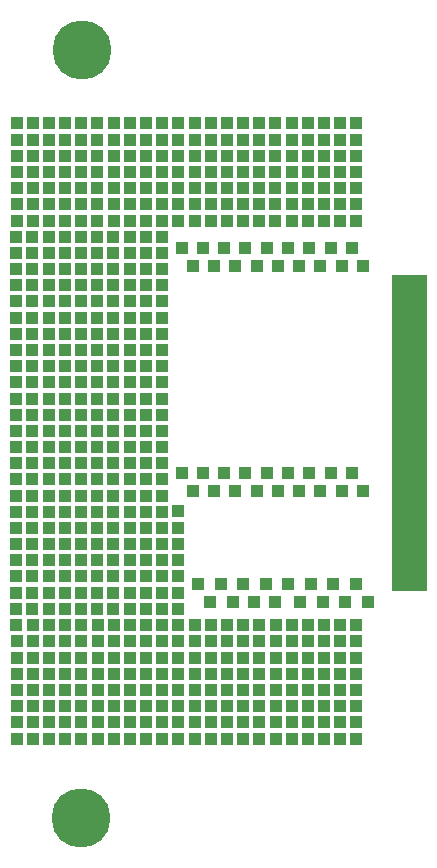
<source format=gts>
%TF.GenerationSoftware,KiCad,Pcbnew,8.0.4*%
%TF.CreationDate,2025-03-13T20:47:44+01:00*%
%TF.ProjectId,uconsole-expansion-card-template_1.27,75636f6e-736f-46c6-952d-657870616e73,0.1*%
%TF.SameCoordinates,Original*%
%TF.FileFunction,Soldermask,Top*%
%TF.FilePolarity,Negative*%
%FSLAX46Y46*%
G04 Gerber Fmt 4.6, Leading zero omitted, Abs format (unit mm)*
G04 Created by KiCad (PCBNEW 8.0.4) date 2025-03-13 20:47:44*
%MOMM*%
%LPD*%
G01*
G04 APERTURE LIST*
%ADD10C,0.100000*%
%ADD11R,1.000000X1.000000*%
%ADD12C,5.000000*%
%ADD13R,2.300000X0.600000*%
G04 APERTURE END LIST*
%TO.C,U1*%
D10*
X115380400Y-86538000D02*
X118276000Y-86538000D01*
X118276000Y-113208000D01*
X115380400Y-113208000D01*
X115380400Y-86538000D01*
G36*
X115380400Y-86538000D02*
G01*
X118276000Y-86538000D01*
X118276000Y-113208000D01*
X115380400Y-113208000D01*
X115380400Y-86538000D01*
G37*
%TD*%
D11*
%TO.C,*%
X111017000Y-73711000D03*
%TD*%
%TO.C,*%
X86357000Y-81931000D03*
%TD*%
%TO.C,*%
X93190000Y-90150000D03*
%TD*%
%TO.C,*%
X94590000Y-118940000D03*
%TD*%
%TO.C,*%
X93190000Y-114810000D03*
%TD*%
%TO.C,*%
X95930000Y-97000000D03*
%TD*%
%TO.C,*%
X94590000Y-116200000D03*
%TD*%
%TO.C,*%
X104167000Y-80561000D03*
%TD*%
%TO.C,*%
X90480000Y-121680000D03*
%TD*%
%TO.C,*%
X90450000Y-114810000D03*
%TD*%
%TO.C,*%
X83630000Y-117570000D03*
%TD*%
%TO.C,*%
X84970000Y-97000000D03*
%TD*%
%TO.C,*%
X94590000Y-117570000D03*
%TD*%
%TO.C,*%
X98700000Y-125790000D03*
%TD*%
%TO.C,*%
X94560000Y-99740000D03*
%TD*%
%TO.C,*%
X109647000Y-73711000D03*
%TD*%
%TO.C,*%
X113335000Y-114224000D03*
%TD*%
%TO.C,*%
X91850000Y-120310000D03*
%TD*%
%TO.C,*%
X84987000Y-75081000D03*
%TD*%
%TO.C,*%
X84970000Y-113440000D03*
%TD*%
%TO.C,*%
X101440000Y-117570000D03*
%TD*%
%TO.C,*%
X105537000Y-73711000D03*
%TD*%
%TO.C,*%
X83600000Y-97000000D03*
%TD*%
%TO.C,*%
X87727000Y-73711000D03*
%TD*%
%TO.C,*%
X84970000Y-114810000D03*
%TD*%
%TO.C,*%
X89080000Y-99740000D03*
%TD*%
%TO.C,*%
X93190000Y-88780000D03*
%TD*%
%TO.C,*%
X100070000Y-118940000D03*
%TD*%
%TO.C,*%
X90467000Y-75081000D03*
%TD*%
%TO.C,*%
X104180000Y-124420000D03*
%TD*%
%TO.C,*%
X108277000Y-76451000D03*
%TD*%
%TO.C,*%
X100057000Y-73711000D03*
%TD*%
%TO.C,*%
X100000000Y-114224000D03*
%TD*%
%TO.C,*%
X97604000Y-84252000D03*
%TD*%
%TO.C,*%
X94560000Y-101110000D03*
%TD*%
%TO.C,*%
X83617000Y-75081000D03*
%TD*%
%TO.C,*%
X94560000Y-90150000D03*
%TD*%
%TO.C,*%
X89110000Y-121680000D03*
%TD*%
%TO.C,*%
X91820000Y-95630000D03*
%TD*%
%TO.C,*%
X105537000Y-79191000D03*
%TD*%
%TO.C,*%
X91820000Y-102480000D03*
%TD*%
%TO.C,*%
X87710000Y-97000000D03*
%TD*%
%TO.C,*%
X105550000Y-118940000D03*
%TD*%
%TO.C,*%
X90450000Y-84670000D03*
%TD*%
%TO.C,*%
X102810000Y-120310000D03*
%TD*%
%TO.C,*%
X86370000Y-120310000D03*
%TD*%
%TO.C,*%
X104167000Y-81931000D03*
%TD*%
%TO.C,*%
X83600000Y-98370000D03*
%TD*%
%TO.C,*%
X98554000Y-104826000D03*
%TD*%
%TO.C,*%
X112387000Y-80561000D03*
%TD*%
%TO.C,*%
X91837000Y-76451000D03*
%TD*%
%TO.C,*%
X84970000Y-102480000D03*
%TD*%
%TO.C,*%
X87740000Y-125790000D03*
%TD*%
%TO.C,*%
X94560000Y-105220000D03*
%TD*%
%TO.C,*%
X86340000Y-95630000D03*
%TD*%
%TO.C,*%
X93207000Y-79191000D03*
%TD*%
%TO.C,*%
X91837000Y-75081000D03*
%TD*%
%TO.C,*%
X105537000Y-77821000D03*
%TD*%
%TO.C,*%
X112387000Y-73711000D03*
%TD*%
%TO.C,*%
X83600000Y-109330000D03*
%TD*%
D12*
%TO.C,H1*%
X89128800Y-67488000D03*
%TD*%
D11*
%TO.C,*%
X86340000Y-83300000D03*
%TD*%
%TO.C,*%
X86370000Y-117570000D03*
%TD*%
%TO.C,*%
X90467000Y-81931000D03*
%TD*%
%TO.C,*%
X83600000Y-106590000D03*
%TD*%
%TO.C,*%
X91820000Y-107960000D03*
%TD*%
%TO.C,*%
X91820000Y-114810000D03*
%TD*%
%TO.C,7*%
X110204000Y-103302000D03*
%TD*%
%TO.C,*%
X93190000Y-110700000D03*
%TD*%
%TO.C,*%
X89097000Y-73711000D03*
%TD*%
%TO.C,*%
X93190000Y-107960000D03*
%TD*%
%TO.C,*%
X91820000Y-113440000D03*
%TD*%
%TO.C,*%
X104180000Y-121680000D03*
%TD*%
%TO.C,*%
X101440000Y-120310000D03*
%TD*%
%TO.C,*%
X112400000Y-125790000D03*
%TD*%
%TO.C,*%
X89080000Y-84670000D03*
%TD*%
%TO.C,*%
X86340000Y-110700000D03*
%TD*%
%TO.C,*%
X83600000Y-95630000D03*
%TD*%
%TO.C,*%
X89097000Y-75081000D03*
%TD*%
%TO.C,*%
X87710000Y-103850000D03*
%TD*%
%TO.C,*%
X108290000Y-117570000D03*
%TD*%
%TO.C,*%
X104167000Y-79191000D03*
%TD*%
%TO.C,*%
X95930000Y-103850000D03*
%TD*%
%TO.C,*%
X109660000Y-118940000D03*
%TD*%
%TO.C,*%
X94560000Y-112070000D03*
%TD*%
%TO.C,*%
X83630000Y-120310000D03*
%TD*%
%TO.C,*%
X95960000Y-124420000D03*
%TD*%
%TO.C,*%
X109647000Y-81931000D03*
%TD*%
%TO.C,1*%
X100354000Y-104826000D03*
%TD*%
%TO.C,*%
X111030000Y-116200000D03*
%TD*%
%TO.C,*%
X84987000Y-73711000D03*
%TD*%
%TO.C,*%
X90480000Y-120310000D03*
%TD*%
%TO.C,3*%
X103954000Y-104826000D03*
%TD*%
%TO.C,7*%
X111154000Y-85776000D03*
%TD*%
%TO.C,*%
X91820000Y-103850000D03*
%TD*%
%TO.C,*%
X99011000Y-112678000D03*
%TD*%
%TO.C,*%
X106907000Y-79191000D03*
%TD*%
%TO.C,*%
X87727000Y-75081000D03*
%TD*%
%TO.C,8*%
X112004000Y-103302000D03*
%TD*%
%TO.C,*%
X95930000Y-99740000D03*
%TD*%
%TO.C,*%
X93190000Y-106590000D03*
%TD*%
%TO.C,*%
X89110000Y-117570000D03*
%TD*%
%TO.C,*%
X84970000Y-94260000D03*
%TD*%
%TO.C,3*%
X103004000Y-84252000D03*
%TD*%
%TO.C,*%
X87710000Y-87410000D03*
%TD*%
%TO.C,*%
X89097000Y-77821000D03*
%TD*%
%TO.C,*%
X101905000Y-114224000D03*
%TD*%
%TO.C,*%
X94577000Y-80561000D03*
%TD*%
%TO.C,*%
X103705000Y-114224000D03*
%TD*%
%TO.C,*%
X87710000Y-107960000D03*
%TD*%
%TO.C,*%
X83600000Y-107960000D03*
%TD*%
%TO.C,*%
X89110000Y-123050000D03*
%TD*%
%TO.C,*%
X95930000Y-109330000D03*
%TD*%
%TO.C,*%
X93190000Y-102480000D03*
%TD*%
%TO.C,*%
X94560000Y-113440000D03*
%TD*%
%TO.C,*%
X90450000Y-106590000D03*
%TD*%
%TO.C,*%
X110441000Y-112678000D03*
%TD*%
%TO.C,1*%
X100354000Y-85776000D03*
%TD*%
%TO.C,*%
X98700000Y-117570000D03*
%TD*%
%TO.C,*%
X95930000Y-95630000D03*
%TD*%
%TO.C,*%
X108536000Y-112678000D03*
%TD*%
%TO.C,*%
X90450000Y-83300000D03*
%TD*%
%TO.C,*%
X112400000Y-124420000D03*
%TD*%
%TO.C,*%
X83630000Y-121680000D03*
%TD*%
%TO.C,4*%
X105754000Y-104826000D03*
%TD*%
%TO.C,*%
X87710000Y-99740000D03*
%TD*%
%TO.C,*%
X84970000Y-92890000D03*
%TD*%
%TO.C,*%
X86340000Y-87410000D03*
%TD*%
%TO.C,5*%
X106604000Y-84252000D03*
%TD*%
%TO.C,*%
X101427000Y-79191000D03*
%TD*%
%TO.C,*%
X94560000Y-87410000D03*
%TD*%
%TO.C,*%
X93190000Y-97000000D03*
%TD*%
%TO.C,*%
X93220000Y-116200000D03*
%TD*%
%TO.C,*%
X95930000Y-84670000D03*
%TD*%
%TO.C,*%
X83600000Y-83300000D03*
%TD*%
%TO.C,*%
X111017000Y-79191000D03*
%TD*%
%TO.C,*%
X98687000Y-75081000D03*
%TD*%
%TO.C,12*%
X97330000Y-110698200D03*
%TD*%
%TO.C,*%
X86340000Y-97000000D03*
%TD*%
%TO.C,5*%
X107554000Y-85776000D03*
%TD*%
%TO.C,*%
X86340000Y-92890000D03*
%TD*%
%TO.C,*%
X91820000Y-98370000D03*
%TD*%
%TO.C,*%
X93190000Y-113440000D03*
%TD*%
%TO.C,*%
X91820000Y-88780000D03*
%TD*%
%TO.C,*%
X94560000Y-107960000D03*
%TD*%
%TO.C,*%
X100070000Y-125790000D03*
%TD*%
%TO.C,*%
X90450000Y-103850000D03*
%TD*%
%TO.C,*%
X87727000Y-76451000D03*
%TD*%
%TO.C,*%
X91820000Y-87410000D03*
%TD*%
%TO.C,*%
X83630000Y-118940000D03*
%TD*%
%TO.C,*%
X94560000Y-91520000D03*
%TD*%
%TO.C,*%
X109660000Y-125790000D03*
%TD*%
%TO.C,*%
X87710000Y-102480000D03*
%TD*%
%TO.C,*%
X100057000Y-80561000D03*
%TD*%
%TO.C,*%
X87727000Y-80561000D03*
%TD*%
%TO.C,*%
X111030000Y-120310000D03*
%TD*%
%TO.C,*%
X84970000Y-106590000D03*
%TD*%
%TO.C,*%
X87710000Y-83300000D03*
%TD*%
%TO.C,*%
X84987000Y-79191000D03*
%TD*%
%TO.C,*%
X95930000Y-110700000D03*
%TD*%
%TO.C,*%
X112387000Y-79191000D03*
%TD*%
%TO.C,*%
X89080000Y-92890000D03*
%TD*%
%TO.C,*%
X106920000Y-120310000D03*
%TD*%
%TO.C,*%
X94577000Y-81931000D03*
%TD*%
%TO.C,*%
X93190000Y-105220000D03*
%TD*%
%TO.C,*%
X86370000Y-116200000D03*
%TD*%
%TO.C,*%
X83600000Y-99740000D03*
%TD*%
%TO.C,*%
X87710000Y-92890000D03*
%TD*%
%TO.C,*%
X100916000Y-112678000D03*
%TD*%
%TO.C,*%
X90467000Y-77821000D03*
%TD*%
%TO.C,*%
X84970000Y-83300000D03*
%TD*%
%TO.C,*%
X108290000Y-123050000D03*
%TD*%
%TO.C,*%
X93190000Y-91520000D03*
%TD*%
%TO.C,*%
X102797000Y-76451000D03*
%TD*%
%TO.C,*%
X104180000Y-120310000D03*
%TD*%
%TO.C,*%
X86340000Y-109330000D03*
%TD*%
%TO.C,*%
X107620000Y-114224000D03*
%TD*%
%TO.C,7*%
X111154000Y-104826000D03*
%TD*%
%TO.C,*%
X83600000Y-84670000D03*
%TD*%
%TO.C,*%
X112387000Y-76451000D03*
%TD*%
%TO.C,*%
X83600000Y-87410000D03*
%TD*%
%TO.C,*%
X109647000Y-79191000D03*
%TD*%
%TO.C,*%
X94590000Y-124420000D03*
%TD*%
%TO.C,*%
X105505000Y-114224000D03*
%TD*%
%TO.C,*%
X101440000Y-116200000D03*
%TD*%
%TO.C,*%
X86340000Y-101110000D03*
%TD*%
%TO.C,*%
X104167000Y-76451000D03*
%TD*%
%TO.C,*%
X90450000Y-99740000D03*
%TD*%
%TO.C,*%
X106920000Y-123050000D03*
%TD*%
%TO.C,*%
X105550000Y-117570000D03*
%TD*%
%TO.C,*%
X95947000Y-76451000D03*
%TD*%
%TO.C,*%
X84970000Y-103850000D03*
%TD*%
%TO.C,*%
X90450000Y-112070000D03*
%TD*%
%TO.C,*%
X97317000Y-80561000D03*
%TD*%
%TO.C,*%
X91850000Y-118940000D03*
%TD*%
%TO.C,*%
X91837000Y-73711000D03*
%TD*%
%TO.C,2*%
X101204000Y-103302000D03*
%TD*%
%TO.C,*%
X84987000Y-81931000D03*
%TD*%
%TO.C,*%
X102810000Y-125790000D03*
%TD*%
%TO.C,*%
X104180000Y-118940000D03*
%TD*%
%TO.C,*%
X93207000Y-80561000D03*
%TD*%
%TO.C,*%
X101427000Y-80561000D03*
%TD*%
%TO.C,*%
X101427000Y-77821000D03*
%TD*%
%TO.C,*%
X104180000Y-123050000D03*
%TD*%
%TO.C,*%
X86340000Y-94260000D03*
%TD*%
%TO.C,*%
X112400000Y-118940000D03*
%TD*%
%TO.C,*%
X94560000Y-106590000D03*
%TD*%
%TO.C,*%
X84987000Y-80561000D03*
%TD*%
%TO.C,*%
X111017000Y-80561000D03*
%TD*%
%TO.C,*%
X90480000Y-117570000D03*
%TD*%
%TO.C,*%
X87740000Y-117570000D03*
%TD*%
%TO.C,*%
X94560000Y-94260000D03*
%TD*%
%TO.C,*%
X106907000Y-75081000D03*
%TD*%
%TO.C,*%
X100057000Y-79191000D03*
%TD*%
%TO.C,*%
X94577000Y-75081000D03*
%TD*%
%TO.C,*%
X90450000Y-94260000D03*
%TD*%
%TO.C,*%
X105537000Y-75081000D03*
%TD*%
%TO.C,*%
X93220000Y-123050000D03*
%TD*%
%TO.C,*%
X94577000Y-79191000D03*
%TD*%
%TO.C,*%
X87740000Y-124420000D03*
%TD*%
%TO.C,*%
X89080000Y-105220000D03*
%TD*%
%TO.C,8*%
X112954000Y-104826000D03*
%TD*%
%TO.C,*%
X94590000Y-125790000D03*
%TD*%
%TO.C,*%
X105550000Y-125790000D03*
%TD*%
%TO.C,*%
X93220000Y-121680000D03*
%TD*%
%TO.C,*%
X95930000Y-113440000D03*
%TD*%
%TO.C,*%
X97317000Y-77821000D03*
%TD*%
%TO.C,*%
X83600000Y-103850000D03*
%TD*%
%TO.C,*%
X95930000Y-98370000D03*
%TD*%
%TO.C,*%
X104726000Y-112678000D03*
%TD*%
%TO.C,*%
X87710000Y-91520000D03*
%TD*%
%TO.C,*%
X90450000Y-91520000D03*
%TD*%
%TO.C,*%
X91820000Y-101110000D03*
%TD*%
%TO.C,8*%
X112004000Y-84252000D03*
%TD*%
%TO.C,*%
X100070000Y-123050000D03*
%TD*%
%TO.C,*%
X101440000Y-121680000D03*
%TD*%
%TO.C,*%
X85000000Y-123050000D03*
%TD*%
%TO.C,*%
X95930000Y-114810000D03*
%TD*%
%TO.C,*%
X98687000Y-80561000D03*
%TD*%
%TO.C,*%
X90450000Y-97000000D03*
%TD*%
%TO.C,*%
X95930000Y-102480000D03*
%TD*%
%TO.C,*%
X84970000Y-86040000D03*
%TD*%
%TO.C,*%
X106920000Y-121680000D03*
%TD*%
%TO.C,4*%
X105754000Y-85776000D03*
%TD*%
%TO.C,10*%
X97330000Y-107958200D03*
%TD*%
%TO.C,*%
X108290000Y-125790000D03*
%TD*%
%TO.C,*%
X89080000Y-87410000D03*
%TD*%
%TO.C,*%
X93190000Y-98370000D03*
%TD*%
%TO.C,*%
X89110000Y-125790000D03*
%TD*%
%TO.C,*%
X89080000Y-103850000D03*
%TD*%
%TO.C,*%
X91820000Y-84670000D03*
%TD*%
%TO.C,*%
X91820000Y-105220000D03*
%TD*%
%TO.C,*%
X94590000Y-120310000D03*
%TD*%
%TO.C,*%
X83630000Y-123050000D03*
%TD*%
%TO.C,*%
X112400000Y-123050000D03*
%TD*%
%TO.C,*%
X106920000Y-117570000D03*
%TD*%
%TO.C,2*%
X102154000Y-85776000D03*
%TD*%
%TO.C,*%
X89097000Y-79191000D03*
%TD*%
%TO.C,*%
X105537000Y-76451000D03*
%TD*%
%TO.C,6*%
X109354000Y-104826000D03*
%TD*%
%TO.C,*%
X86340000Y-99740000D03*
%TD*%
%TO.C,*%
X97330000Y-120310000D03*
%TD*%
%TO.C,*%
X91820000Y-92890000D03*
%TD*%
%TO.C,*%
X106907000Y-81931000D03*
%TD*%
%TO.C,*%
X95930000Y-94260000D03*
%TD*%
%TO.C,*%
X108277000Y-79191000D03*
%TD*%
%TO.C,*%
X90467000Y-76451000D03*
%TD*%
%TO.C,*%
X86340000Y-105220000D03*
%TD*%
%TO.C,*%
X90450000Y-101110000D03*
%TD*%
%TO.C,*%
X102810000Y-124420000D03*
%TD*%
%TO.C,*%
X91820000Y-91520000D03*
%TD*%
%TO.C,*%
X91837000Y-79191000D03*
%TD*%
%TO.C,*%
X93190000Y-95630000D03*
%TD*%
%TO.C,*%
X97330000Y-117570000D03*
%TD*%
%TO.C,*%
X90450000Y-110700000D03*
%TD*%
%TO.C,*%
X84970000Y-110700000D03*
%TD*%
%TO.C,*%
X89110000Y-116200000D03*
%TD*%
%TO.C,*%
X91837000Y-77821000D03*
%TD*%
%TO.C,*%
X86340000Y-88780000D03*
%TD*%
%TO.C,*%
X97330000Y-124420000D03*
%TD*%
%TO.C,*%
X89080000Y-83300000D03*
%TD*%
%TO.C,*%
X94560000Y-109330000D03*
%TD*%
%TO.C,*%
X91850000Y-117570000D03*
%TD*%
%TO.C,*%
X108290000Y-116200000D03*
%TD*%
%TO.C,*%
X108277000Y-77821000D03*
%TD*%
%TO.C,*%
X97330000Y-125790000D03*
%TD*%
%TO.C,*%
X95960000Y-123050000D03*
%TD*%
%TO.C,*%
X109647000Y-80561000D03*
%TD*%
%TO.C,14*%
X97330000Y-113438200D03*
%TD*%
%TO.C,*%
X87727000Y-81931000D03*
%TD*%
%TO.C,*%
X97604000Y-103302000D03*
%TD*%
%TO.C,*%
X90467000Y-73711000D03*
%TD*%
%TO.C,*%
X95960000Y-118940000D03*
%TD*%
%TO.C,*%
X94560000Y-98370000D03*
%TD*%
%TO.C,*%
X93207000Y-77821000D03*
%TD*%
%TO.C,*%
X100057000Y-76451000D03*
%TD*%
%TO.C,*%
X90480000Y-124420000D03*
%TD*%
%TO.C,*%
X111017000Y-81931000D03*
%TD*%
%TO.C,*%
X112400000Y-121680000D03*
%TD*%
%TO.C,*%
X97317000Y-73711000D03*
%TD*%
%TO.C,*%
X83600000Y-113440000D03*
%TD*%
%TO.C,*%
X109647000Y-77821000D03*
%TD*%
%TO.C,*%
X87740000Y-120310000D03*
%TD*%
%TO.C,*%
X89080000Y-94260000D03*
%TD*%
%TO.C,*%
X87740000Y-116200000D03*
%TD*%
%TO.C,*%
X97330000Y-123050000D03*
%TD*%
%TO.C,*%
X104167000Y-73711000D03*
%TD*%
%TO.C,*%
X112400000Y-116200000D03*
%TD*%
%TO.C,*%
X112400000Y-117570000D03*
%TD*%
%TO.C,*%
X91820000Y-109330000D03*
%TD*%
%TO.C,*%
X111017000Y-76451000D03*
%TD*%
%TO.C,*%
X106907000Y-73711000D03*
%TD*%
%TO.C,*%
X93190000Y-109330000D03*
%TD*%
%TO.C,*%
X86340000Y-98370000D03*
%TD*%
%TO.C,*%
X98554000Y-85776000D03*
%TD*%
%TO.C,*%
X94560000Y-83300000D03*
%TD*%
%TO.C,*%
X109660000Y-124420000D03*
%TD*%
%TO.C,*%
X90450000Y-86040000D03*
%TD*%
%TO.C,*%
X91820000Y-86040000D03*
%TD*%
%TO.C,*%
X109660000Y-117570000D03*
%TD*%
%TO.C,*%
X87710000Y-84670000D03*
%TD*%
%TO.C,*%
X95930000Y-101110000D03*
%TD*%
%TO.C,*%
X89080000Y-91520000D03*
%TD*%
%TO.C,*%
X94560000Y-95630000D03*
%TD*%
%TO.C,*%
X111017000Y-77821000D03*
%TD*%
%TO.C,*%
X91837000Y-81931000D03*
%TD*%
%TO.C,*%
X106631000Y-112678000D03*
%TD*%
%TO.C,*%
X95930000Y-112070000D03*
%TD*%
%TO.C,*%
X86357000Y-79191000D03*
%TD*%
%TO.C,*%
X83617000Y-73711000D03*
%TD*%
%TO.C,*%
X102797000Y-81931000D03*
%TD*%
%TO.C,*%
X95930000Y-91520000D03*
%TD*%
%TO.C,*%
X93220000Y-120310000D03*
%TD*%
%TO.C,*%
X87710000Y-112070000D03*
%TD*%
%TO.C,*%
X87727000Y-77821000D03*
%TD*%
%TO.C,*%
X95930000Y-105220000D03*
%TD*%
%TO.C,*%
X102810000Y-117570000D03*
%TD*%
%TO.C,*%
X105550000Y-121680000D03*
%TD*%
%TO.C,*%
X102797000Y-80561000D03*
%TD*%
%TO.C,*%
X86340000Y-84670000D03*
%TD*%
%TO.C,*%
X83617000Y-79191000D03*
%TD*%
%TO.C,13*%
X97330000Y-112068200D03*
%TD*%
%TO.C,*%
X89097000Y-81931000D03*
%TD*%
%TO.C,*%
X94560000Y-114810000D03*
%TD*%
%TO.C,*%
X111017000Y-75081000D03*
%TD*%
%TO.C,*%
X95960000Y-120310000D03*
%TD*%
%TO.C,*%
X83600000Y-88780000D03*
%TD*%
%TO.C,*%
X109525000Y-114224000D03*
%TD*%
%TO.C,*%
X83600000Y-90150000D03*
%TD*%
%TO.C,*%
X90480000Y-125790000D03*
%TD*%
%TO.C,*%
X93207000Y-76451000D03*
%TD*%
%TO.C,*%
X98700000Y-118940000D03*
%TD*%
%TO.C,*%
X94590000Y-123050000D03*
%TD*%
%TO.C,3*%
X103004000Y-103302000D03*
%TD*%
%TO.C,*%
X86340000Y-112070000D03*
%TD*%
%TO.C,*%
X83617000Y-81931000D03*
%TD*%
%TO.C,*%
X85000000Y-117570000D03*
%TD*%
%TO.C,*%
X85000000Y-124420000D03*
%TD*%
%TO.C,*%
X83600000Y-102480000D03*
%TD*%
%TO.C,*%
X89080000Y-107960000D03*
%TD*%
%TO.C,*%
X83600000Y-86040000D03*
%TD*%
%TO.C,*%
X95947000Y-73711000D03*
%TD*%
%TO.C,*%
X89080000Y-109330000D03*
%TD*%
%TO.C,4*%
X104804000Y-103302000D03*
%TD*%
%TO.C,*%
X98700000Y-116200000D03*
%TD*%
%TO.C,*%
X94577000Y-77821000D03*
%TD*%
%TO.C,*%
X89080000Y-112070000D03*
%TD*%
%TO.C,*%
X89110000Y-120310000D03*
%TD*%
%TO.C,*%
X84987000Y-76451000D03*
%TD*%
%TO.C,*%
X95930000Y-106590000D03*
%TD*%
%TO.C,*%
X85000000Y-116200000D03*
%TD*%
%TO.C,*%
X86340000Y-106590000D03*
%TD*%
%TO.C,*%
X100070000Y-117570000D03*
%TD*%
%TO.C,*%
X84970000Y-87410000D03*
%TD*%
%TO.C,*%
X91820000Y-97000000D03*
%TD*%
%TO.C,*%
X93207000Y-73711000D03*
%TD*%
%TO.C,*%
X86340000Y-86040000D03*
%TD*%
%TO.C,*%
X97317000Y-75081000D03*
%TD*%
%TO.C,*%
X87710000Y-86040000D03*
%TD*%
%TO.C,*%
X86340000Y-91520000D03*
%TD*%
%TO.C,*%
X95960000Y-121680000D03*
%TD*%
%TO.C,*%
X108277000Y-73711000D03*
%TD*%
%TO.C,*%
X106920000Y-118940000D03*
%TD*%
%TO.C,*%
X90450000Y-113440000D03*
%TD*%
%TO.C,*%
X93190000Y-103850000D03*
%TD*%
%TO.C,*%
X90450000Y-105220000D03*
%TD*%
%TO.C,*%
X89080000Y-95630000D03*
%TD*%
%TO.C,*%
X90480000Y-116200000D03*
%TD*%
%TO.C,*%
X84970000Y-88780000D03*
%TD*%
%TO.C,*%
X108277000Y-75081000D03*
%TD*%
%TO.C,*%
X84970000Y-98370000D03*
%TD*%
%TO.C,*%
X100070000Y-124420000D03*
%TD*%
%TO.C,*%
X109660000Y-121680000D03*
%TD*%
%TO.C,*%
X93190000Y-101110000D03*
%TD*%
%TO.C,*%
X95947000Y-80561000D03*
%TD*%
%TO.C,*%
X93190000Y-86040000D03*
%TD*%
%TO.C,*%
X83617000Y-76451000D03*
%TD*%
%TO.C,*%
X105550000Y-124420000D03*
%TD*%
%TO.C,*%
X89080000Y-98370000D03*
%TD*%
%TO.C,*%
X93220000Y-124420000D03*
%TD*%
%TO.C,*%
X94560000Y-103850000D03*
%TD*%
%TO.C,*%
X84970000Y-99740000D03*
%TD*%
%TO.C,*%
X95960000Y-125790000D03*
%TD*%
%TO.C,*%
X95930000Y-87410000D03*
%TD*%
%TO.C,*%
X111030000Y-125790000D03*
%TD*%
%TO.C,*%
X100070000Y-121680000D03*
%TD*%
D13*
%TO.C,U1*%
X116485000Y-111780000D03*
X116485000Y-110980000D03*
X116485000Y-110180000D03*
X116485000Y-109380000D03*
X116485000Y-108580000D03*
X116485000Y-107780000D03*
X116485000Y-106980000D03*
X116485000Y-106180000D03*
X116485000Y-102180000D03*
X116485000Y-101380000D03*
X116485000Y-100580000D03*
X116485000Y-99780000D03*
X116485000Y-98980000D03*
X116485000Y-98180000D03*
X116485000Y-97380000D03*
X116485000Y-96580000D03*
X116485000Y-95780000D03*
X116485000Y-94980000D03*
X116485000Y-94180000D03*
X116485000Y-93380000D03*
X116485000Y-92580000D03*
X116485000Y-91780000D03*
X116485000Y-90980000D03*
X116485000Y-90180000D03*
X116485000Y-89380000D03*
X116485000Y-88580000D03*
%TD*%
D11*
%TO.C,9*%
X97330000Y-106564600D03*
%TD*%
%TO.C,*%
X109647000Y-76451000D03*
%TD*%
%TO.C,*%
X86340000Y-107960000D03*
%TD*%
%TO.C,*%
X100057000Y-75081000D03*
%TD*%
%TO.C,*%
X89097000Y-80561000D03*
%TD*%
%TO.C,*%
X104180000Y-116200000D03*
%TD*%
%TO.C,*%
X91820000Y-94260000D03*
%TD*%
%TO.C,*%
X100070000Y-120310000D03*
%TD*%
%TO.C,*%
X90450000Y-88780000D03*
%TD*%
%TO.C,*%
X86340000Y-113440000D03*
%TD*%
%TO.C,*%
X87710000Y-110700000D03*
%TD*%
%TO.C,*%
X83600000Y-91520000D03*
%TD*%
%TO.C,*%
X101427000Y-81931000D03*
%TD*%
%TO.C,*%
X106907000Y-76451000D03*
%TD*%
%TO.C,*%
X98700000Y-123050000D03*
%TD*%
%TO.C,5*%
X107554000Y-104826000D03*
%TD*%
%TO.C,*%
X84970000Y-84670000D03*
%TD*%
%TO.C,*%
X86340000Y-114810000D03*
%TD*%
%TO.C,*%
X89080000Y-110700000D03*
%TD*%
%TO.C,*%
X83630000Y-124420000D03*
%TD*%
%TO.C,2*%
X102154000Y-104826000D03*
%TD*%
%TO.C,*%
X94560000Y-88780000D03*
%TD*%
%TO.C,*%
X89080000Y-106590000D03*
%TD*%
%TO.C,*%
X85000000Y-120310000D03*
%TD*%
%TO.C,*%
X101440000Y-118940000D03*
%TD*%
%TO.C,*%
X97317000Y-79191000D03*
%TD*%
%TO.C,*%
X84970000Y-105220000D03*
%TD*%
%TO.C,*%
X95930000Y-107960000D03*
%TD*%
%TO.C,*%
X94560000Y-84670000D03*
%TD*%
%TO.C,*%
X105537000Y-80561000D03*
%TD*%
%TO.C,*%
X91820000Y-83300000D03*
%TD*%
%TO.C,*%
X91820000Y-112070000D03*
%TD*%
%TO.C,*%
X102797000Y-75081000D03*
%TD*%
%TO.C,*%
X89080000Y-97000000D03*
%TD*%
%TO.C,*%
X87710000Y-114810000D03*
%TD*%
%TO.C,*%
X102810000Y-123050000D03*
%TD*%
%TO.C,*%
X98687000Y-77821000D03*
%TD*%
%TO.C,*%
X94560000Y-86040000D03*
%TD*%
%TO.C,*%
X108290000Y-124420000D03*
%TD*%
%TO.C,*%
X109660000Y-116200000D03*
%TD*%
%TO.C,*%
X89110000Y-124420000D03*
%TD*%
%TO.C,*%
X83600000Y-105220000D03*
%TD*%
%TO.C,*%
X90450000Y-98370000D03*
%TD*%
%TO.C,*%
X95960000Y-116200000D03*
%TD*%
%TO.C,*%
X102797000Y-73711000D03*
%TD*%
%TO.C,*%
X94560000Y-97000000D03*
%TD*%
%TO.C,*%
X108277000Y-81931000D03*
%TD*%
%TO.C,*%
X101427000Y-73711000D03*
%TD*%
%TO.C,*%
X83600000Y-116200000D03*
%TD*%
%TO.C,*%
X90467000Y-79191000D03*
%TD*%
%TO.C,*%
X111030000Y-123050000D03*
%TD*%
%TO.C,*%
X94560000Y-110700000D03*
%TD*%
%TO.C,11*%
X97330000Y-109328200D03*
%TD*%
%TO.C,*%
X85000000Y-121680000D03*
%TD*%
%TO.C,*%
X111030000Y-117570000D03*
%TD*%
%TO.C,*%
X93190000Y-92890000D03*
%TD*%
%TO.C,*%
X84970000Y-91520000D03*
%TD*%
%TO.C,*%
X95947000Y-77821000D03*
%TD*%
%TO.C,*%
X86370000Y-125790000D03*
%TD*%
%TO.C,1*%
X99404000Y-103302000D03*
%TD*%
%TO.C,*%
X83600000Y-92890000D03*
%TD*%
%TO.C,6*%
X108404000Y-84252000D03*
%TD*%
%TO.C,*%
X84970000Y-101110000D03*
%TD*%
%TO.C,*%
X106907000Y-80561000D03*
%TD*%
%TO.C,8*%
X112954000Y-85776000D03*
%TD*%
%TO.C,*%
X94590000Y-121680000D03*
%TD*%
%TO.C,*%
X93190000Y-99740000D03*
%TD*%
%TO.C,*%
X87740000Y-118940000D03*
%TD*%
%TO.C,*%
X104167000Y-75081000D03*
%TD*%
%TO.C,*%
X86340000Y-90150000D03*
%TD*%
%TO.C,*%
X101440000Y-123050000D03*
%TD*%
%TO.C,*%
X98687000Y-79191000D03*
%TD*%
%TO.C,*%
X105550000Y-120310000D03*
%TD*%
%TO.C,*%
X91850000Y-121680000D03*
%TD*%
%TO.C,*%
X95947000Y-81931000D03*
%TD*%
%TO.C,*%
X95947000Y-79191000D03*
%TD*%
%TO.C,*%
X87710000Y-94260000D03*
%TD*%
%TO.C,*%
X98700000Y-120310000D03*
%TD*%
%TO.C,*%
X98687000Y-81931000D03*
%TD*%
%TO.C,*%
X86357000Y-77821000D03*
%TD*%
%TO.C,*%
X89080000Y-113440000D03*
%TD*%
%TO.C,*%
X93220000Y-125790000D03*
%TD*%
%TO.C,*%
X86357000Y-75081000D03*
%TD*%
%TO.C,*%
X90450000Y-90150000D03*
%TD*%
%TO.C,*%
X111430000Y-114224000D03*
%TD*%
%TO.C,*%
X93190000Y-84670000D03*
%TD*%
%TO.C,15*%
X97330000Y-114808200D03*
%TD*%
%TO.C,*%
X87710000Y-113440000D03*
%TD*%
%TO.C,*%
X105550000Y-123050000D03*
%TD*%
%TO.C,*%
X104180000Y-117570000D03*
%TD*%
%TO.C,*%
X91820000Y-106590000D03*
%TD*%
%TO.C,*%
X95960000Y-117570000D03*
%TD*%
%TO.C,*%
X87740000Y-123050000D03*
%TD*%
%TO.C,*%
X83600000Y-112070000D03*
%TD*%
%TO.C,*%
X93207000Y-81931000D03*
%TD*%
%TO.C,*%
X83617000Y-77821000D03*
%TD*%
%TO.C,*%
X87710000Y-106590000D03*
%TD*%
%TO.C,*%
X109660000Y-120310000D03*
%TD*%
%TO.C,*%
X102810000Y-118940000D03*
%TD*%
%TO.C,*%
X91820000Y-99740000D03*
%TD*%
%TO.C,4*%
X104804000Y-84252000D03*
%TD*%
%TO.C,*%
X93220000Y-117570000D03*
%TD*%
%TO.C,*%
X101440000Y-124420000D03*
%TD*%
%TO.C,2*%
X101204000Y-84252000D03*
%TD*%
%TO.C,*%
X86340000Y-103850000D03*
%TD*%
%TO.C,*%
X98687000Y-73711000D03*
%TD*%
%TO.C,*%
X101440000Y-125790000D03*
%TD*%
%TO.C,*%
X108290000Y-121680000D03*
%TD*%
%TO.C,*%
X101427000Y-75081000D03*
%TD*%
%TO.C,*%
X102821000Y-112678000D03*
%TD*%
%TO.C,*%
X104167000Y-77821000D03*
%TD*%
%TO.C,*%
X95930000Y-86040000D03*
%TD*%
%TO.C,*%
X89080000Y-101110000D03*
%TD*%
%TO.C,6*%
X108404000Y-103302000D03*
%TD*%
%TO.C,*%
X86357000Y-80561000D03*
%TD*%
%TO.C,*%
X108290000Y-120310000D03*
%TD*%
%TO.C,5*%
X106604000Y-103302000D03*
%TD*%
%TO.C,*%
X95930000Y-83300000D03*
%TD*%
%TO.C,*%
X85000000Y-125790000D03*
%TD*%
%TO.C,*%
X87710000Y-101110000D03*
%TD*%
%TO.C,*%
X90467000Y-80561000D03*
%TD*%
%TO.C,*%
X102797000Y-77821000D03*
%TD*%
%TO.C,*%
X90450000Y-87410000D03*
%TD*%
%TO.C,*%
X84970000Y-112070000D03*
%TD*%
%TO.C,*%
X85000000Y-118940000D03*
%TD*%
%TO.C,*%
X100057000Y-81931000D03*
%TD*%
%TO.C,*%
X91820000Y-110700000D03*
%TD*%
%TO.C,*%
X84970000Y-90150000D03*
%TD*%
%TO.C,*%
X95930000Y-88780000D03*
%TD*%
%TO.C,*%
X106920000Y-125790000D03*
%TD*%
%TO.C,*%
X105550000Y-116200000D03*
%TD*%
%TO.C,*%
X86357000Y-76451000D03*
%TD*%
%TO.C,*%
X89080000Y-88780000D03*
%TD*%
%TO.C,3*%
X103954000Y-85776000D03*
%TD*%
%TO.C,*%
X102797000Y-79191000D03*
%TD*%
%TO.C,7*%
X110204000Y-84252000D03*
%TD*%
%TO.C,*%
X98700000Y-121680000D03*
%TD*%
%TO.C,*%
X112400000Y-120310000D03*
%TD*%
%TO.C,*%
X111030000Y-118940000D03*
%TD*%
%TO.C,*%
X106920000Y-116200000D03*
%TD*%
%TO.C,*%
X111030000Y-121680000D03*
%TD*%
%TO.C,*%
X106907000Y-77821000D03*
%TD*%
%TO.C,*%
X90480000Y-123050000D03*
%TD*%
%TO.C,*%
X104180000Y-125790000D03*
%TD*%
%TO.C,*%
X101427000Y-76451000D03*
%TD*%
%TO.C,*%
X87710000Y-88780000D03*
%TD*%
%TO.C,*%
X93190000Y-87410000D03*
%TD*%
%TO.C,*%
X112387000Y-77821000D03*
%TD*%
%TO.C,*%
X90450000Y-102480000D03*
%TD*%
%TO.C,*%
X91820000Y-90150000D03*
%TD*%
%TO.C,*%
X90450000Y-107960000D03*
%TD*%
%TO.C,*%
X112346000Y-112678000D03*
%TD*%
%TO.C,*%
X97330000Y-118940000D03*
%TD*%
%TO.C,*%
X93190000Y-112070000D03*
%TD*%
%TO.C,*%
X91850000Y-116200000D03*
%TD*%
%TO.C,*%
X87710000Y-95630000D03*
%TD*%
%TO.C,*%
X84987000Y-77821000D03*
%TD*%
%TO.C,*%
X97317000Y-76451000D03*
%TD*%
%TO.C,*%
X95947000Y-75081000D03*
%TD*%
%TO.C,*%
X89110000Y-118940000D03*
%TD*%
%TO.C,*%
X89080000Y-90150000D03*
%TD*%
%TO.C,*%
X87727000Y-79191000D03*
%TD*%
%TO.C,*%
X91850000Y-125790000D03*
%TD*%
%TO.C,*%
X89080000Y-102480000D03*
%TD*%
%TO.C,*%
X112387000Y-75081000D03*
%TD*%
%TO.C,*%
X93190000Y-94260000D03*
%TD*%
%TO.C,*%
X111030000Y-124420000D03*
%TD*%
%TO.C,*%
X83600000Y-114810000D03*
%TD*%
%TO.C,*%
X106920000Y-124420000D03*
%TD*%
%TO.C,*%
X84970000Y-109330000D03*
%TD*%
%TO.C,*%
X90480000Y-118940000D03*
%TD*%
%TO.C,*%
X108277000Y-80561000D03*
%TD*%
%TO.C,*%
X91850000Y-123050000D03*
%TD*%
%TO.C,*%
X97317000Y-81931000D03*
%TD*%
%TO.C,*%
X100057000Y-77821000D03*
%TD*%
%TO.C,*%
X86370000Y-123050000D03*
%TD*%
%TO.C,*%
X90450000Y-92890000D03*
%TD*%
%TO.C,*%
X87710000Y-98370000D03*
%TD*%
%TO.C,*%
X89080000Y-114810000D03*
%TD*%
%TO.C,*%
X112387000Y-81931000D03*
%TD*%
%TO.C,*%
X108290000Y-118940000D03*
%TD*%
%TO.C,*%
X94577000Y-73711000D03*
%TD*%
%TO.C,*%
X86370000Y-118940000D03*
%TD*%
%TO.C,*%
X95930000Y-92890000D03*
%TD*%
%TO.C,*%
X84970000Y-95630000D03*
%TD*%
%TO.C,*%
X93220000Y-118940000D03*
%TD*%
%TO.C,*%
X86340000Y-102480000D03*
%TD*%
%TO.C,*%
X91837000Y-80561000D03*
%TD*%
%TO.C,*%
X83600000Y-110700000D03*
%TD*%
%TO.C,*%
X90450000Y-109330000D03*
%TD*%
%TO.C,*%
X98687000Y-76451000D03*
%TD*%
%TO.C,*%
X95930000Y-90150000D03*
%TD*%
%TO.C,*%
X83630000Y-125790000D03*
%TD*%
D12*
%TO.C,H2*%
X89115000Y-132500000D03*
%TD*%
D11*
%TO.C,*%
X87710000Y-109330000D03*
%TD*%
%TO.C,*%
X105537000Y-81931000D03*
%TD*%
%TO.C,*%
X83617000Y-80561000D03*
%TD*%
%TO.C,*%
X93207000Y-75081000D03*
%TD*%
%TO.C,*%
X100070000Y-116200000D03*
%TD*%
%TO.C,*%
X91850000Y-124420000D03*
%TD*%
%TO.C,1*%
X99404000Y-84252000D03*
%TD*%
%TO.C,*%
X109660000Y-123050000D03*
%TD*%
%TO.C,*%
X90450000Y-95630000D03*
%TD*%
%TO.C,*%
X97330000Y-121680000D03*
%TD*%
%TO.C,*%
X94560000Y-102480000D03*
%TD*%
%TO.C,*%
X86370000Y-124420000D03*
%TD*%
%TO.C,*%
X94560000Y-92890000D03*
%TD*%
%TO.C,*%
X84970000Y-107960000D03*
%TD*%
%TO.C,*%
X86370000Y-121680000D03*
%TD*%
%TO.C,6*%
X109354000Y-85776000D03*
%TD*%
%TO.C,*%
X83600000Y-94260000D03*
%TD*%
%TO.C,*%
X97330000Y-116200000D03*
%TD*%
%TO.C,*%
X98700000Y-124420000D03*
%TD*%
%TO.C,*%
X93190000Y-83300000D03*
%TD*%
%TO.C,*%
X87740000Y-121680000D03*
%TD*%
%TO.C,*%
X109647000Y-75081000D03*
%TD*%
%TO.C,*%
X94577000Y-76451000D03*
%TD*%
%TO.C,*%
X102810000Y-121680000D03*
%TD*%
%TO.C,*%
X89097000Y-76451000D03*
%TD*%
%TO.C,*%
X86357000Y-73711000D03*
%TD*%
%TO.C,*%
X87710000Y-105220000D03*
%TD*%
%TO.C,*%
X102810000Y-116200000D03*
%TD*%
%TO.C,*%
X83600000Y-101110000D03*
%TD*%
%TO.C,*%
X89080000Y-86040000D03*
%TD*%
%TO.C,*%
X87710000Y-90150000D03*
%TD*%
M02*

</source>
